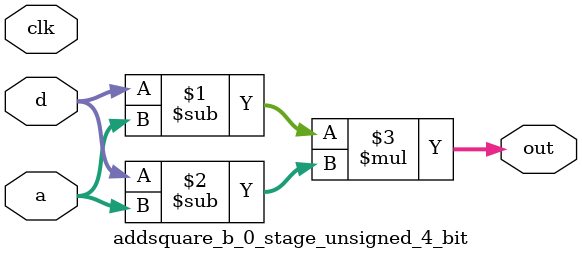
<source format=sv>
(* use_dsp = "yes" *) module addsquare_b_0_stage_unsigned_4_bit(
	input  [3:0] a,
	input  [3:0] d,
	output [3:0] out,
	input clk);

	assign out = (d - a) * (d - a);
endmodule

</source>
